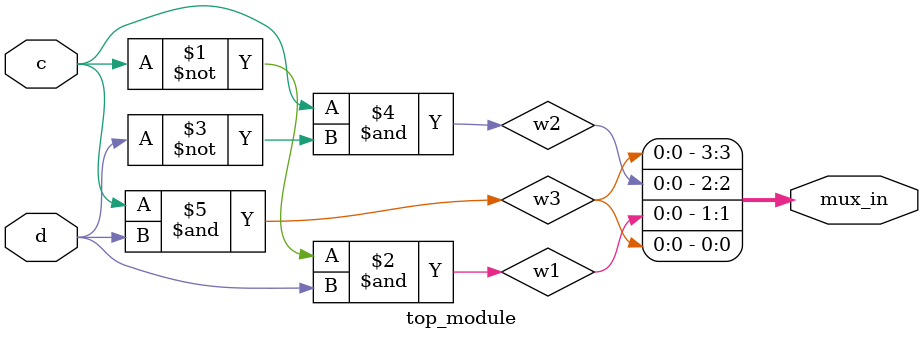
<source format=sv>
module top_module (
	input c,
	input d,
	output [3:0] mux_in
);

// Define internal wires
wire w1, w2, w3;

// Implement logic for w1
assign w1 = ~c & d;

// Implement logic for w2
assign w2 = c & ~d;

// Implement logic for w3
assign w3 = c & d;

// Implement 4-to-1 multiplexer
assign mux_in[0] = w3;
assign mux_in[1] = w1;
assign mux_in[2] = w2;
assign mux_in[3] = w3;

endmodule

</source>
